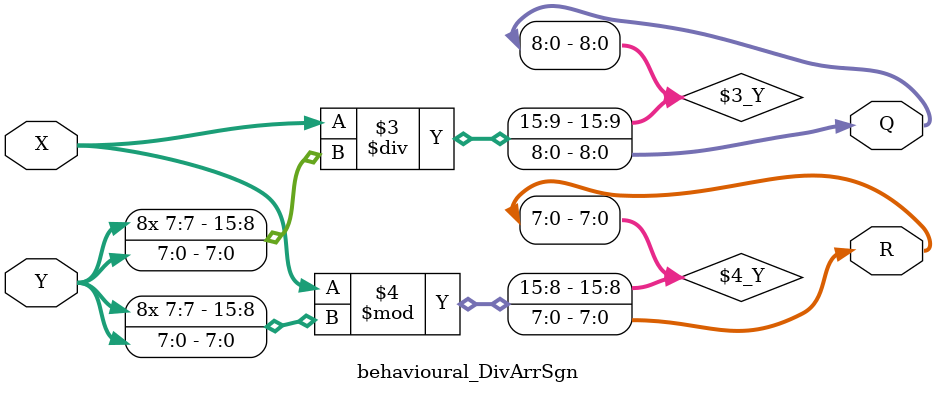
<source format=sv>

module DivArrSgn #(
	parameter int widthX = 16,  // word width of X
	parameter int widthY = 8    // word width of Y
) (
	input  logic [     widthX-1:0] X,  // dividend
	input  logic [     widthY-1:0] Y,  // divisor, normalized
	output logic [widthX-widthY:0] Q,  // quotient
	output logic [     widthY-1:0] R   // remainder
);

	localparam int widthQ = widthX - widthY + 1;  // word width of Q

	logic [                 widthY:0] YI;  // inverted Y
	logic [    widthQ*(widthY+1)-1:0] ST;  // sums
	logic [               widthQ-1:0] QT;  // sums
	logic [(widthQ+1)*(widthY+2)-1:0] RT;  // remainders
	logic [    widthQ*(widthY+2)-1:0] CT;  // carries

	// invert divisor Y for subtraction
	assign YI = {~Y[widthY-1], ~Y};

	// first partial remainder is dividend X
	assign RT[(widthQ*(widthY+2)+1)+:widthY] = {X[widthX-1], X[widthX-1:widthX-widthY+1]};

	// process one row for each quotient bit
	for (genvar k = widthQ - 1; k >= 0; k--) begin : row
		// carry-in = '1' for subtraction
		assign CT[k*(widthY+2)] = 1'b1;
		// attach next dividend bit to current remainder
		assign RT[((k+1)*(widthY+2))] = X[k];

		// perform subtraction using ripple-carry adder
		// (current partial remainder - divisor)
		for (genvar i = widthY; i >= 0; i--) begin : bits
			FullAdder #() fa (
				.A (YI[i]),
				.B (RT[((k+1)*(widthY+2))+i]),
				.CI(CT[(k*(widthY+2))+i]),
				.S (ST[(k*(widthY+1))+i]),
				.CO(CT[(k*(widthY+2))+i+1])
			);
		end

		always_comb begin
			// if subtraction result is negative => quotient bit = '0'
			QT[k] = CT[k*(widthY+2)+widthY+1];

			// restore previous partial remainder is quotient bit = '0'
			if (QT[k] == 1'b0) begin
				RT[k*(widthY+2)+1+:widthY+1] = RT[((k+1)*(widthY+2))+:widthY+1];
			end else begin
				RT[k*(widthY+2)+1+:widthY+1] = ST[k*(widthY+1)+:widthY+1];
			end
		end
	end

	assign Q = QT;
	// last partial remainder is division remainder
	assign R = RT[widthY:1];

endmodule



module behavioural_DivArrSgn #(
	parameter int widthX = 16,  // word width of X
	parameter int widthY = 8    // word width of Y
) (
	input  logic [     widthX-1:0] X,  // dividend
	input  logic [     widthY-1:0] Y,  // divisor, normalized
	output logic [widthX-widthY:0] Q,  // quotient
	output logic [     widthY-1:0] R   // remainder
);
	assign Q = signed'(X) / signed'(Y);
	assign R = signed'(X) % signed'(Y);
endmodule
</source>
